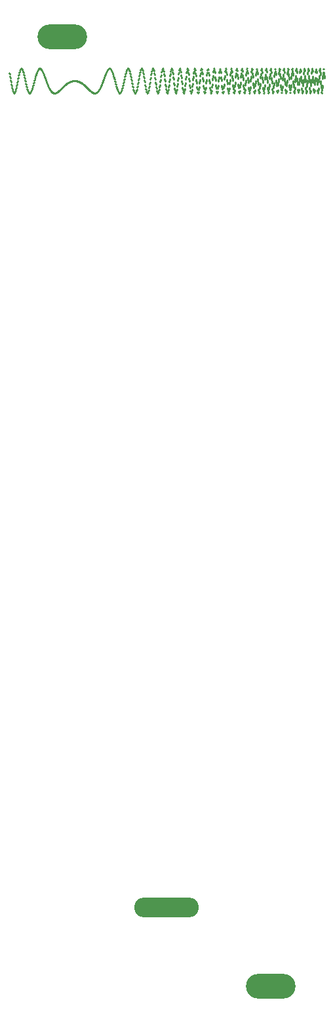
<source format=gtl>
G04 Layer: TopLayer*
G04 EasyEDA v6.5.29, 2023-07-18 11:26:45*
G04 93ed5b14ed274c0ea8102e9f6fabb942,5a6b42c53f6a479593ecc07194224c93,10*
G04 Gerber Generator version 0.2*
G04 Scale: 100 percent, Rotated: No, Reflected: No *
G04 Dimensions in millimeters *
G04 leading zeros omitted , absolute positions ,4 integer and 5 decimal *
%FSLAX45Y45*%
%MOMM*%

%ADD10C,0.2540*%
%ADD11O,6.4000126X3.1999936*%
%ADD12O,8.339988400000001X2.5599898*%

%LPD*%
D10*
X4059770Y12117920D02*
G01*
X4068241Y12036071D01*
X4051300Y12156231D02*
G01*
X4059770Y12158314D01*
X4042841Y12029559D02*
G01*
X4051300Y12112840D01*
X4034370Y11876750D02*
G01*
X4042841Y11950080D01*
X4025900Y11863964D02*
G01*
X4034370Y11847804D01*
X4017441Y12004420D02*
G01*
X4025900Y11916742D01*
X4008970Y12145850D02*
G01*
X4017441Y12081576D01*
X4000500Y12136140D02*
G01*
X4008970Y12164181D01*
X3992041Y11986374D02*
G01*
X4000500Y12076206D01*
X3983570Y11857167D02*
G01*
X3992041Y11912600D01*
X3975100Y11885935D02*
G01*
X3983570Y11848231D01*
X3966641Y12041436D02*
G01*
X3975100Y11951065D01*
X3958170Y12158743D02*
G01*
X3966641Y12111403D01*
X3949700Y12114504D02*
G01*
X3958170Y12159734D01*
X3932770Y11849298D02*
G01*
X3941241Y11889691D01*
X3924300Y11905505D02*
G01*
X3932770Y11854680D01*
X3915841Y12065396D02*
G01*
X3924300Y11976577D01*
X3907370Y12163115D02*
G01*
X3915841Y12128271D01*
X3898900Y12098276D02*
G01*
X3907370Y12152944D01*
X3890441Y11938228D02*
G01*
X3898900Y12025840D01*
X3881970Y11847146D02*
G01*
X3890441Y11877992D01*
X3873500Y11917492D02*
G01*
X3881970Y11860522D01*
X3865041Y12077054D02*
G01*
X3873500Y11990555D01*
X3856570Y12164014D02*
G01*
X3865041Y12135538D01*
X3848100Y12091131D02*
G01*
X3856570Y12148982D01*
X3839641Y11932356D02*
G01*
X3848100Y12018020D01*
X3831170Y11846880D02*
G01*
X3839641Y11874642D01*
X3822700Y11919452D02*
G01*
X3831170Y11862054D01*
X3814241Y12077260D02*
G01*
X3822700Y11992099D01*
X3805770Y12163907D02*
G01*
X3814241Y12135215D01*
X3797300Y12094474D02*
G01*
X3805770Y12150105D01*
X3788841Y11937850D02*
G01*
X3797300Y12022808D01*
X3780370Y11847474D02*
G01*
X3788841Y11878698D01*
X3771900Y11910900D02*
G01*
X3780370Y11858396D01*
X3763441Y12065855D02*
G01*
X3771900Y11980961D01*
X3754970Y12162320D02*
G01*
X3763441Y12127062D01*
X3746500Y12107900D02*
G01*
X3754970Y12155797D01*
X3738041Y11955500D02*
G01*
X3746500Y12040237D01*
X3729570Y11850941D02*
G01*
X3738041Y11891601D01*
X3721100Y11893232D02*
G01*
X3729570Y11851543D01*
X3712641Y12041571D02*
G01*
X3721100Y11957433D01*
X3704170Y12155698D02*
G01*
X3712641Y12108507D01*
X3695700Y12128797D02*
G01*
X3704170Y12162500D01*
X3687241Y11986773D02*
G01*
X3695700Y12069409D01*
X3678770Y11862333D02*
G01*
X3687241Y11916846D01*
X3670300Y11870598D02*
G01*
X3678770Y11846768D01*
X3661841Y12003181D02*
G01*
X3670300Y11923471D01*
X3653370Y12137659D02*
G01*
X3661841Y12075523D01*
X3644900Y12151103D02*
G01*
X3653370Y12163140D01*
X3636441Y12031985D02*
G01*
X3644900Y12106752D01*
X3627970Y11889016D02*
G01*
X3636441Y11958426D01*
X3619500Y11851325D02*
G01*
X3627970Y11852876D01*
X3611041Y11952145D02*
G01*
X3619500Y11884911D01*
X3602570Y12100483D02*
G01*
X3611041Y12024984D01*
X3594100Y12163988D02*
G01*
X3602570Y12147407D01*
X3585641Y12086889D02*
G01*
X3594100Y12143488D01*
X3577170Y11938060D02*
G01*
X3585641Y12017461D01*
X3568700Y11848678D02*
G01*
X3577170Y11881065D01*
X3560241Y11896539D02*
G01*
X3568700Y11853961D01*
X3551770Y12039127D02*
G01*
X3560241Y11959132D01*
X3543300Y12152312D02*
G01*
X3551770Y12104382D01*
X3534841Y12138652D02*
G01*
X3543300Y12163841D01*
X3526370Y12010671D02*
G01*
X3534841Y12086859D01*
X3517900Y11878462D02*
G01*
X3526370Y11940263D01*
X3509441Y11854489D02*
G01*
X3517900Y11849521D01*
X3500970Y11958358D02*
G01*
X3509441Y11891312D01*
X3492500Y12101736D02*
G01*
X3500970Y12029473D01*
X3484041Y12164138D02*
G01*
X3492500Y12147202D01*
X3475570Y12094009D02*
G01*
X3484041Y12146112D01*
X3467100Y11950463D02*
G01*
X3475570Y12027872D01*
X3458641Y11852635D02*
G01*
X3467100Y11891274D01*
X3450170Y11880689D02*
G01*
X3458641Y11849105D01*
X3441700Y12010819D02*
G01*
X3450170Y11935363D01*
X3433241Y12136351D02*
G01*
X3441700Y12078728D01*
X3424770Y12155561D02*
G01*
X3433241Y12162271D01*
X3416300Y12053681D02*
G01*
X3424770Y12118825D01*
X3407841Y11913293D02*
G01*
X3416300Y11984222D01*
X3399370Y11846768D02*
G01*
X3407841Y11866885D01*
X3390900Y11906443D02*
G01*
X3399370Y11860182D01*
X3382441Y12044281D02*
G01*
X3390900Y11968670D01*
X3373970Y12151319D02*
G01*
X3382441Y12105970D01*
X3365500Y12144034D02*
G01*
X3373970Y12164131D01*
X3357041Y12028891D02*
G01*
X3365500Y12098294D01*
X3348570Y11895830D02*
G01*
X3357041Y11960486D01*
X3340100Y11847494D02*
G01*
X3348570Y11857700D01*
X3331641Y11920321D02*
G01*
X3340100Y11868701D01*
X3323170Y12057905D02*
G01*
X3331641Y11984261D01*
X3314700Y12155444D02*
G01*
X3323170Y12115718D01*
X3306241Y12139642D02*
G01*
X3314700Y12163480D01*
X3297770Y12023196D02*
G01*
X3306241Y12092216D01*
X3289300Y11893755D02*
G01*
X3297770Y11956150D01*
X3280841Y11847499D02*
G01*
X3289300Y11857088D01*
X3272370Y11917969D02*
G01*
X3280841Y11868111D01*
X3263900Y12052536D02*
G01*
X3272370Y11980285D01*
X3255441Y12152436D02*
G01*
X3263900Y12110659D01*
X3246970Y12145385D02*
G01*
X3255441Y12164118D01*
X3238500Y12037286D02*
G01*
X3246970Y12102510D01*
X3230041Y11906572D02*
G01*
X3238500Y11971108D01*
X3221570Y11846768D02*
G01*
X3230041Y11864609D01*
X3213100Y11899806D02*
G01*
X3221570Y11858706D01*
X3204641Y12027347D02*
G01*
X3213100Y11956788D01*
X3196170Y12139234D02*
G01*
X3204641Y12088942D01*
X3187700Y12157466D02*
G01*
X3196170Y12162327D01*
X3179241Y12070133D02*
G01*
X3187700Y12126285D01*
X3170770Y11938365D02*
G01*
X3179241Y12006666D01*
X3162300Y11852945D02*
G01*
X3170770Y11886486D01*
X3153841Y11871772D02*
G01*
X3162300Y11848020D01*
X3145370Y11981233D02*
G01*
X3153841Y11916785D01*
X3136900Y12106770D02*
G01*
X3145370Y12045373D01*
X3128441Y12164108D02*
G01*
X3136900Y12146818D01*
X3119970Y12115606D02*
G01*
X3128441Y12153521D01*
X3111500Y11994276D02*
G01*
X3119970Y12061825D01*
X3103041Y11880601D02*
G01*
X3111500Y11933113D01*
X3094570Y11848901D02*
G01*
X3103041Y11852219D01*
X3086100Y11919104D02*
G01*
X3094570Y11871523D01*
X3077641Y12044951D02*
G01*
X3086100Y11977657D01*
X3069170Y12145119D02*
G01*
X3077641Y12101451D01*
X3060700Y12155871D02*
G01*
X3069170Y12163437D01*
X3052241Y12071164D02*
G01*
X3060700Y12124692D01*
X3043770Y11945249D02*
G01*
X3052241Y12010603D01*
X3035300Y11857385D02*
G01*
X3043770Y11893575D01*
X3026841Y11861942D02*
G01*
X3035300Y11846755D01*
X3018370Y11955277D02*
G01*
X3026841Y11898591D01*
X3009900Y12079218D02*
G01*
X3018370Y12016221D01*
X3001441Y12157788D02*
G01*
X3009900Y12126950D01*
X2992970Y12143712D02*
G01*
X3001441Y12163394D01*
X2984500Y12046320D02*
G01*
X2992970Y12104184D01*
X2976041Y11924723D02*
G01*
X2984500Y11985779D01*
X2967570Y11851492D02*
G01*
X2976041Y11879460D01*
X2959100Y11869483D02*
G01*
X2967570Y11848175D01*
X2950641Y11967268D02*
G01*
X2959100Y11909686D01*
X2942170Y12087064D02*
G01*
X2950641Y12027093D01*
X2933700Y12159239D02*
G01*
X2942170Y12131593D01*
X2925241Y12142718D02*
G01*
X2933700Y12162947D01*
X2916770Y12047791D02*
G01*
X2925241Y12103856D01*
X2908300Y11929107D02*
G01*
X2916770Y11988868D01*
X2899841Y11853806D02*
G01*
X2908300Y11883598D01*
X2891370Y11863641D02*
G01*
X2899841Y11847121D01*
X2882900Y11952305D02*
G01*
X2891370Y11899130D01*
X2874441Y12070059D02*
G01*
X2882900Y12009927D01*
X2865970Y12152045D02*
G01*
X2874441Y12117938D01*
X2857500Y12153986D02*
G01*
X2865970Y12164156D01*
X2849041Y12075629D02*
G01*
X2857500Y12124115D01*
X2840570Y11959846D02*
G01*
X2849041Y12020257D01*
X2832100Y11868726D02*
G01*
X2840570Y11908805D01*
X2823641Y11850222D02*
G01*
X2832100Y11849031D01*
X2815170Y11913313D02*
G01*
X2823641Y11871919D01*
X2806700Y12024253D02*
G01*
X2815170Y11964652D01*
X2798241Y12125119D02*
G01*
X2806700Y12078294D01*
X2789770Y12164194D02*
G01*
X2798241Y12154016D01*
X2781300Y12122200D02*
G01*
X2789770Y12153435D01*
X2772841Y12021251D02*
G01*
X2781300Y12077656D01*
X2764370Y11912699D02*
G01*
X2772841Y11965706D01*
X2755900Y11850743D02*
G01*
X2764370Y11874022D01*
X2747441Y11865546D02*
G01*
X2755900Y11847934D01*
X2738970Y11949000D02*
G01*
X2747441Y11899607D01*
X2730500Y12059686D02*
G01*
X2738970Y12002902D01*
X2722041Y12143785D02*
G01*
X2730500Y12107092D01*
X2713570Y12161248D02*
G01*
X2722041Y12161979D01*
X2705100Y12104489D02*
G01*
X2713570Y12141857D01*
X2696641Y12001164D02*
G01*
X2705100Y12057118D01*
X2688170Y11900204D02*
G01*
X2696641Y11948363D01*
X2679700Y11848518D02*
G01*
X2688170Y11866636D01*
X2671241Y11869376D02*
G01*
X2679700Y11849483D01*
X2662770Y11952411D02*
G01*
X2671241Y11904042D01*
X2654300Y12059213D02*
G01*
X2662770Y12004624D01*
X2645841Y12141454D02*
G01*
X2654300Y12105225D01*
X2637370Y12162693D02*
G01*
X2645841Y12160745D01*
X2628900Y12114263D02*
G01*
X2637370Y12147021D01*
X2620441Y12018243D02*
G01*
X2628900Y12070928D01*
X2611970Y11917009D02*
G01*
X2620441Y11966481D01*
X2603500Y11854334D02*
G01*
X2611970Y11879323D01*
X2595041Y11856585D02*
G01*
X2603500Y11846730D01*
X2586570Y11922013D02*
G01*
X2595041Y11881934D01*
X2578100Y12022310D02*
G01*
X2586570Y11969229D01*
X2569641Y12115198D02*
G01*
X2578100Y12071380D01*
X2561170Y12162345D02*
G01*
X2569641Y12145746D01*
X2552700Y12144982D02*
G01*
X2561170Y12162048D01*
X2544241Y12070984D02*
G01*
X2552700Y12114342D01*
X2535770Y11970877D02*
G01*
X2544241Y12022757D01*
X2527300Y11884980D02*
G01*
X2535770Y11924593D01*
X2518841Y11847103D02*
G01*
X2527300Y11858972D01*
X2510370Y11871479D02*
G01*
X2518841Y11851345D01*
X2501900Y11947842D02*
G01*
X2510370Y11903930D01*
X2493441Y12046079D02*
G01*
X2501900Y11995602D01*
X2484970Y12128418D02*
G01*
X2493441Y12090679D01*
X2476500Y12163920D02*
G01*
X2484970Y12152988D01*
X2468041Y12139909D02*
G01*
X2476500Y12159493D01*
X2459570Y12066104D02*
G01*
X2468041Y12108520D01*
X2451100Y11970308D02*
G01*
X2459570Y12019681D01*
X2442641Y11887728D02*
G01*
X2451100Y11926013D01*
X2434170Y11847972D02*
G01*
X2442641Y11861551D01*
X2425700Y11864665D02*
G01*
X2434170Y11849056D01*
X2417241Y11931116D02*
G01*
X2425700Y11892241D01*
X2408770Y12023333D02*
G01*
X2417241Y11975132D01*
X2400300Y12108942D02*
G01*
X2408770Y12068235D01*
X2391841Y12158606D02*
G01*
X2400300Y12139241D01*
X2383370Y12155926D02*
G01*
X2391841Y12164169D01*
X2374900Y12102566D02*
G01*
X2383370Y12135220D01*
X2366441Y12017052D02*
G01*
X2374900Y12062896D01*
X2357970Y11928109D02*
G01*
X2366441Y11971832D01*
X2349500Y11864863D02*
G01*
X2357970Y11892241D01*
X2341041Y11847400D02*
G01*
X2349500Y11849849D01*
X2332570Y11880644D02*
G01*
X2341041Y11857763D01*
X2324100Y11953293D02*
G01*
X2332570Y11912706D01*
X2315641Y12041962D02*
G01*
X2324100Y11996643D01*
X2307170Y12118868D02*
G01*
X2315641Y12082934D01*
X2298700Y12160577D02*
G01*
X2307170Y12144877D01*
X2290241Y12154949D02*
G01*
X2298700Y12163920D01*
X2281770Y12104403D02*
G01*
X2290241Y12134961D01*
X2273300Y12024680D02*
G01*
X2281770Y12067418D01*
X2264841Y11939699D02*
G01*
X2273300Y11981873D01*
X2256370Y11874289D02*
G01*
X2264841Y11903664D01*
X2247900Y11846961D02*
G01*
X2256370Y11855312D01*
X2239441Y11864893D02*
G01*
X2247900Y11850204D01*
X2230970Y11922292D02*
G01*
X2239441Y11889071D01*
X2222500Y12002554D02*
G01*
X2230970Y11960331D01*
X2214041Y12083188D02*
G01*
X2222500Y12043704D01*
X2205570Y12142254D02*
G01*
X2214041Y12116178D01*
X2197100Y12164207D02*
G01*
X2205570Y12158309D01*
X2188641Y12143836D02*
G01*
X2197100Y12159325D01*
X2180170Y12087212D02*
G01*
X2188641Y12119663D01*
X2171700Y12009661D02*
G01*
X2180170Y12050364D01*
X2163241Y11931464D02*
G01*
X2171700Y11969849D01*
X2154770Y11872465D02*
G01*
X2163241Y11898876D01*
X2146300Y11847128D02*
G01*
X2154770Y11855170D01*
X2137841Y11861142D02*
G01*
X2146300Y11849155D01*
X2129370Y11910380D02*
G01*
X2137841Y11881662D01*
X2120900Y11982307D02*
G01*
X2129370Y11944083D01*
X2112441Y12059351D02*
G01*
X2120900Y12020890D01*
X2103970Y12123242D02*
G01*
X2112441Y12093587D01*
X2095500Y12159338D02*
G01*
X2103970Y12145218D01*
X2087041Y12159853D02*
G01*
X2095500Y12164207D01*
X2078570Y12125325D02*
G01*
X2087041Y12146818D01*
X2070100Y12064144D02*
G01*
X2078570Y12097649D01*
X2061641Y11990362D02*
G01*
X2070100Y12028251D01*
X2053170Y11920326D02*
G01*
X2061641Y11954271D01*
X2044700Y11869066D02*
G01*
X2053170Y11891850D01*
X2036241Y11847134D02*
G01*
X2044700Y11854141D01*
X2027770Y11858556D02*
G01*
X2036241Y11848635D01*
X2019300Y11900321D02*
G01*
X2027770Y11875863D01*
X2010841Y11963288D02*
G01*
X2019300Y11929567D01*
X2002370Y12034354D02*
G01*
X2010841Y11998325D01*
X1993900Y12099211D02*
G01*
X2002370Y12068063D01*
X1985441Y12145269D02*
G01*
X1993900Y12124997D01*
X1976970Y12164001D02*
G01*
X1985441Y12158284D01*
X1968500Y12152406D02*
G01*
X1976970Y12162010D01*
X1960041Y12113282D02*
G01*
X1968500Y12136097D01*
X1951570Y12054459D02*
G01*
X1960041Y12085985D01*
X1943100Y11987095D02*
G01*
X1951570Y12021411D01*
X1934641Y11923501D02*
G01*
X1943100Y11954395D01*
X1926170Y11874883D02*
G01*
X1934641Y11896961D01*
X1917700Y11849417D02*
G01*
X1926170Y11859028D01*
X1909241Y11850971D02*
G01*
X1917700Y11846750D01*
X1900770Y11878703D02*
G01*
X1909241Y11861670D01*
X1892300Y11927395D02*
G01*
X1900770Y11900674D01*
X1883841Y11988558D02*
G01*
X1892300Y11956745D01*
X1875370Y12052007D02*
G01*
X1883841Y12020356D01*
X1866900Y12107557D02*
G01*
X1875370Y12081103D01*
X1858441Y12146681D02*
G01*
X1866900Y12129437D01*
X1849970Y12163709D02*
G01*
X1858441Y12158103D01*
X1841500Y12156559D02*
G01*
X1849970Y12163170D01*
X1833041Y12126882D02*
G01*
X1841500Y12144430D01*
X1824570Y12079584D02*
G01*
X1833041Y12105225D01*
X1816100Y12021931D02*
G01*
X1824570Y12051779D01*
X1807641Y11962401D02*
G01*
X1816100Y11992112D01*
X1799170Y11909374D02*
G01*
X1807641Y11934812D01*
X1790700Y11870004D02*
G01*
X1799170Y11887776D01*
X1782241Y11849260D02*
G01*
X1790700Y11857179D01*
X1773770Y11849460D02*
G01*
X1782241Y11846712D01*
X1765300Y11870021D02*
G01*
X1773770Y11857253D01*
X1756841Y11907794D02*
G01*
X1765300Y11886890D01*
X1748370Y11957545D02*
G01*
X1756841Y11931365D01*
X1739900Y12012805D02*
G01*
X1748370Y11984708D01*
X1731441Y12066681D02*
G01*
X1739900Y12040133D01*
X1722970Y12112774D02*
G01*
X1731441Y12090890D01*
X1714500Y12145881D02*
G01*
X1722970Y12131093D01*
X1706041Y12162538D02*
G01*
X1714500Y12156343D01*
X1697570Y12161316D02*
G01*
X1706041Y12164174D01*
X1689100Y12142848D02*
G01*
X1697570Y12154184D01*
X1680641Y12109635D02*
G01*
X1689100Y12127984D01*
X1672170Y12065632D02*
G01*
X1680641Y12088850D01*
X1663700Y12015774D02*
G01*
X1672170Y12041286D01*
X1655241Y11965348D02*
G01*
X1663700Y11990481D01*
X1646770Y11919427D02*
G01*
X1655241Y11941683D01*
X1638300Y11882432D02*
G01*
X1646770Y11899706D01*
X1629841Y11857644D02*
G01*
X1638300Y11868434D01*
X1621370Y11847052D02*
G01*
X1629841Y11850545D01*
X1612900Y11851203D02*
G01*
X1621370Y11847296D01*
X1604441Y11869254D02*
G01*
X1612900Y11858531D01*
X1595970Y11899168D02*
G01*
X1604441Y11882798D01*
X1587500Y11937969D02*
G01*
X1595970Y11917547D01*
X1579041Y11982066D02*
G01*
X1587500Y11959450D01*
X1570570Y12027618D02*
G01*
X1579041Y12004756D01*
X1562100Y12070877D02*
G01*
X1570570Y12049615D01*
X1553641Y12108477D02*
G01*
X1562100Y12090450D01*
X1545170Y12137684D02*
G01*
X1553641Y12124176D01*
X1536700Y12156567D02*
G01*
X1545170Y12148444D01*
X1528241Y12164087D02*
G01*
X1536700Y12161756D01*
X1519770Y12160095D02*
G01*
X1528241Y12163511D01*
X1511300Y12145274D02*
G01*
X1519770Y12154011D01*
X1502841Y12121052D02*
G01*
X1511300Y12134303D01*
X1494370Y12089389D02*
G01*
X1502841Y12106107D01*
X1485900Y12052653D02*
G01*
X1494370Y12071611D01*
X1477441Y12013369D02*
G01*
X1485900Y12033288D01*
X1468970Y11974103D02*
G01*
X1477441Y11993699D01*
X1460500Y11937237D02*
G01*
X1468970Y11955338D01*
X1452041Y11904855D02*
G01*
X1460500Y11920463D01*
X1443570Y11878660D02*
G01*
X1452041Y11890976D01*
X1435100Y11859872D02*
G01*
X1443570Y11868335D01*
X1426641Y11849211D02*
G01*
X1435100Y11853534D01*
X1418170Y11846923D02*
G01*
X1426641Y11847034D01*
X1409700Y11852757D02*
G01*
X1418170Y11848838D01*
X1401241Y11866090D02*
G01*
X1409700Y11858500D01*
X1392770Y11885947D02*
G01*
X1401241Y11875218D01*
X1384300Y11911093D02*
G01*
X1392770Y11897865D01*
X1375841Y11940138D02*
G01*
X1384300Y11925132D01*
X1367370Y11971616D02*
G01*
X1375841Y11955574D01*
X1358900Y12004042D02*
G01*
X1367370Y11987702D01*
X1350441Y12036016D02*
G01*
X1358900Y12020077D01*
X1341970Y12066259D02*
G01*
X1350441Y12051339D01*
X1333500Y12093661D02*
G01*
X1341970Y12080298D01*
X1325041Y12117306D02*
G01*
X1333500Y12105927D01*
X1316570Y12136518D02*
G01*
X1325041Y12127445D01*
X1308100Y12150836D02*
G01*
X1316570Y12144263D01*
X1299641Y12160008D02*
G01*
X1308100Y12156038D01*
X1291170Y12164001D02*
G01*
X1299641Y12162637D01*
X1282700Y12162972D02*
G01*
X1291170Y12164108D01*
X1274241Y12157217D02*
G01*
X1282700Y12160676D01*
X1265770Y12147179D02*
G01*
X1274241Y12152734D01*
X1257300Y12133379D02*
G01*
X1265770Y12140752D01*
X1248841Y12116432D02*
G01*
X1257300Y12125312D01*
X1240370Y12096973D02*
G01*
X1248841Y12107037D01*
X1231900Y12075665D02*
G01*
X1240370Y12086579D01*
X1223441Y12053138D02*
G01*
X1231900Y12064583D01*
X1214970Y12030019D02*
G01*
X1223441Y12041690D01*
X1206500Y12006877D02*
G01*
X1214970Y12018497D01*
X1198041Y11984230D02*
G01*
X1206500Y11995533D01*
X1189570Y11962513D02*
G01*
X1198041Y11973303D01*
X1181100Y11942130D02*
G01*
X1189570Y11952206D01*
X1172641Y11923364D02*
G01*
X1181100Y11932592D01*
X1164170Y11906465D02*
G01*
X1172641Y11914733D01*
X1155700Y11891601D02*
G01*
X1164170Y11898828D01*
X1147241Y11878871D02*
G01*
X1155700Y11885010D01*
X1138770Y11868330D02*
G01*
X1147241Y11873364D01*
X1130300Y11859958D02*
G01*
X1138770Y11863908D01*
X1121841Y11853720D02*
G01*
X1130300Y11856603D01*
X1113370Y11849521D02*
G01*
X1121841Y11851388D01*
X1104900Y11847245D02*
G01*
X1113370Y11848157D01*
X1096441Y11846750D02*
G01*
X1104900Y11846780D01*
X1087970Y11847878D02*
G01*
X1096441Y11847116D01*
X1079500Y11850471D02*
G01*
X1087970Y11848993D01*
X1071041Y11854340D02*
G01*
X1079500Y11852236D01*
X1062570Y11859318D02*
G01*
X1071041Y11856676D01*
X1054100Y11865229D02*
G01*
X1062570Y11862140D01*
X1045641Y11871901D02*
G01*
X1054100Y11868447D01*
X1037170Y11879181D02*
G01*
X1045641Y11875442D01*
X1028700Y11886920D02*
G01*
X1037170Y11882958D01*
X1020241Y11894969D02*
G01*
X1028700Y11890865D01*
X1011770Y11903212D02*
G01*
X1020241Y11899026D01*
X1003300Y11911520D02*
G01*
X1011770Y11907309D01*
X994841Y11919805D02*
G01*
X1003300Y11915620D01*
X986370Y11927972D02*
G01*
X994841Y11923854D01*
X977900Y11935947D02*
G01*
X986370Y11931929D01*
X969441Y11943648D02*
G01*
X977900Y11939772D01*
X960970Y11951035D02*
G01*
X969441Y11947319D01*
X952500Y11958048D02*
G01*
X960970Y11954525D01*
X944041Y11964652D02*
G01*
X952500Y11961340D01*
X935570Y11970821D02*
G01*
X944041Y11967728D01*
X927100Y11976521D02*
G01*
X935570Y11973669D01*
X918641Y11981743D02*
G01*
X927100Y11979125D01*
X910170Y11986455D02*
G01*
X918641Y11984093D01*
X901700Y11990666D02*
G01*
X910170Y11988563D01*
X893241Y11994362D02*
G01*
X901700Y11992513D01*
X884770Y11997524D02*
G01*
X893241Y11995942D01*
X876300Y12000174D02*
G01*
X884770Y11998853D01*
X867841Y12002287D02*
G01*
X876300Y12001233D01*
X859370Y12003874D02*
G01*
X867841Y12003082D01*
X850900Y12004936D02*
G01*
X859370Y12004403D01*
X842441Y12005462D02*
G01*
X850900Y12005195D01*
X833970Y12005462D02*
G01*
X842441Y12005462D01*
X825500Y12004936D02*
G01*
X833970Y12005195D01*
X817041Y12003874D02*
G01*
X825500Y12004403D01*
X808570Y12002287D02*
G01*
X817041Y12003082D01*
X800100Y12000174D02*
G01*
X808570Y12001233D01*
X791641Y11997524D02*
G01*
X800100Y11998853D01*
X783170Y11994362D02*
G01*
X791641Y11995942D01*
X774700Y11990666D02*
G01*
X783170Y11992513D01*
X766241Y11986455D02*
G01*
X774700Y11988563D01*
X757770Y11981736D02*
G01*
X766241Y11984093D01*
X749300Y11976521D02*
G01*
X757770Y11979125D01*
X740841Y11970816D02*
G01*
X749300Y11973669D01*
X732370Y11964652D02*
G01*
X740841Y11967728D01*
X723900Y11958048D02*
G01*
X732370Y11961340D01*
X715441Y11951035D02*
G01*
X723900Y11954525D01*
X706970Y11943648D02*
G01*
X715441Y11947319D01*
X698500Y11935940D02*
G01*
X706970Y11939772D01*
X690041Y11927972D02*
G01*
X698500Y11931929D01*
X681570Y11919805D02*
G01*
X690041Y11923854D01*
X673100Y11911520D02*
G01*
X681570Y11915620D01*
X664641Y11903212D02*
G01*
X673100Y11907309D01*
X656170Y11894969D02*
G01*
X664641Y11899026D01*
X647705Y11886920D02*
G01*
X656170Y11890865D01*
X639234Y11879181D02*
G01*
X647705Y11882958D01*
X630770Y11871901D02*
G01*
X639234Y11875442D01*
X622305Y11865229D02*
G01*
X630770Y11868447D01*
X613834Y11859313D02*
G01*
X622305Y11862140D01*
X605370Y11854340D02*
G01*
X613834Y11856676D01*
X596905Y11850471D02*
G01*
X605370Y11852236D01*
X588434Y11847878D02*
G01*
X596905Y11848993D01*
X579970Y11846750D02*
G01*
X588434Y11847116D01*
X571505Y11847245D02*
G01*
X579970Y11846780D01*
X563034Y11849521D02*
G01*
X571505Y11848157D01*
X554570Y11853720D02*
G01*
X563034Y11851388D01*
X546105Y11859963D02*
G01*
X554570Y11856603D01*
X537634Y11868335D02*
G01*
X546105Y11863908D01*
X529170Y11878878D02*
G01*
X537634Y11873364D01*
X520705Y11891609D02*
G01*
X529170Y11885010D01*
X512234Y11906478D02*
G01*
X520705Y11898828D01*
X503770Y11923377D02*
G01*
X512234Y11914733D01*
X495305Y11942142D02*
G01*
X503770Y11932592D01*
X486834Y11962531D02*
G01*
X495305Y11952206D01*
X478370Y11984248D02*
G01*
X486834Y11973303D01*
X469905Y12006894D02*
G01*
X478370Y11995533D01*
X461434Y12030044D02*
G01*
X469905Y12018497D01*
X452970Y12053161D02*
G01*
X461434Y12041690D01*
X444505Y12075685D02*
G01*
X452970Y12064583D01*
X436034Y12096998D02*
G01*
X444505Y12086579D01*
X427570Y12116457D02*
G01*
X436034Y12107037D01*
X419105Y12133399D02*
G01*
X427570Y12125312D01*
X410634Y12147189D02*
G01*
X419105Y12140752D01*
X402170Y12157229D02*
G01*
X410634Y12152734D01*
X393705Y12162977D02*
G01*
X402170Y12160676D01*
X385234Y12164001D02*
G01*
X393705Y12164108D01*
X376770Y12159995D02*
G01*
X385234Y12162637D01*
X368305Y12150818D02*
G01*
X376770Y12156038D01*
X359834Y12136493D02*
G01*
X368305Y12144263D01*
X351370Y12117275D02*
G01*
X359834Y12127445D01*
X342905Y12093618D02*
G01*
X351370Y12105927D01*
X334434Y12066209D02*
G01*
X342905Y12080298D01*
X325970Y12035965D02*
G01*
X334434Y12051339D01*
X317505Y12003986D02*
G01*
X325970Y12020077D01*
X309034Y11971553D02*
G01*
X317505Y11987702D01*
X300570Y11940082D02*
G01*
X309034Y11955574D01*
X292105Y11911037D02*
G01*
X300570Y11925132D01*
X283634Y11885896D02*
G01*
X292105Y11897865D01*
X275170Y11866059D02*
G01*
X283634Y11875218D01*
X266705Y11852739D02*
G01*
X275170Y11858500D01*
X258234Y11846918D02*
G01*
X266705Y11848838D01*
X249770Y11849229D02*
G01*
X258234Y11847034D01*
X241305Y11859902D02*
G01*
X249770Y11853534D01*
X232834Y11878716D02*
G01*
X241305Y11868335D01*
X224370Y11904929D02*
G01*
X232834Y11890976D01*
X215905Y11937324D02*
G01*
X224370Y11920463D01*
X207434Y11974202D02*
G01*
X215905Y11955338D01*
X198970Y12013473D02*
G01*
X207434Y11993699D01*
X190505Y12052752D02*
G01*
X198970Y12033288D01*
X182034Y12089488D02*
G01*
X190505Y12071611D01*
X173570Y12121134D02*
G01*
X182034Y12106107D01*
X165105Y12145335D02*
G01*
X173570Y12134303D01*
X156634Y12160120D02*
G01*
X165105Y12154011D01*
X148170Y12164082D02*
G01*
X156634Y12163511D01*
X139705Y12156523D02*
G01*
X148170Y12161756D01*
X131234Y12137603D02*
G01*
X139705Y12148444D01*
X122770Y12108365D02*
G01*
X131234Y12124176D01*
X114305Y12070735D02*
G01*
X122770Y12090450D01*
X105834Y12027463D02*
G01*
X114305Y12049615D01*
X97370Y11981903D02*
G01*
X105834Y12004756D01*
X88905Y11937814D02*
G01*
X97370Y11959450D01*
X80434Y11899038D02*
G01*
X88905Y11917547D01*
X71970Y11869160D02*
G01*
X80434Y11882798D01*
X63505Y11851159D02*
G01*
X71970Y11858531D01*
X55034Y11847065D02*
G01*
X63505Y11847296D01*
X46570Y11857720D02*
G01*
X55034Y11850545D01*
X38105Y11882561D02*
G01*
X46570Y11868434D01*
X29634Y11919612D02*
G01*
X38105Y11899706D01*
X21170Y11965559D02*
G01*
X29634Y11941683D01*
X12705Y12016003D02*
G01*
X21170Y11990481D01*
X4234Y12065848D02*
G01*
X12705Y12041286D01*
X-4229Y12109815D02*
G01*
X4234Y12088850D01*
X3941241Y11955896D02*
G01*
X3949700Y12045769D01*
D11*
G01*
X685800Y12573000D03*
G01*
X3378200Y330200D03*
D12*
G01*
X2032000Y1346200D03*
M02*

</source>
